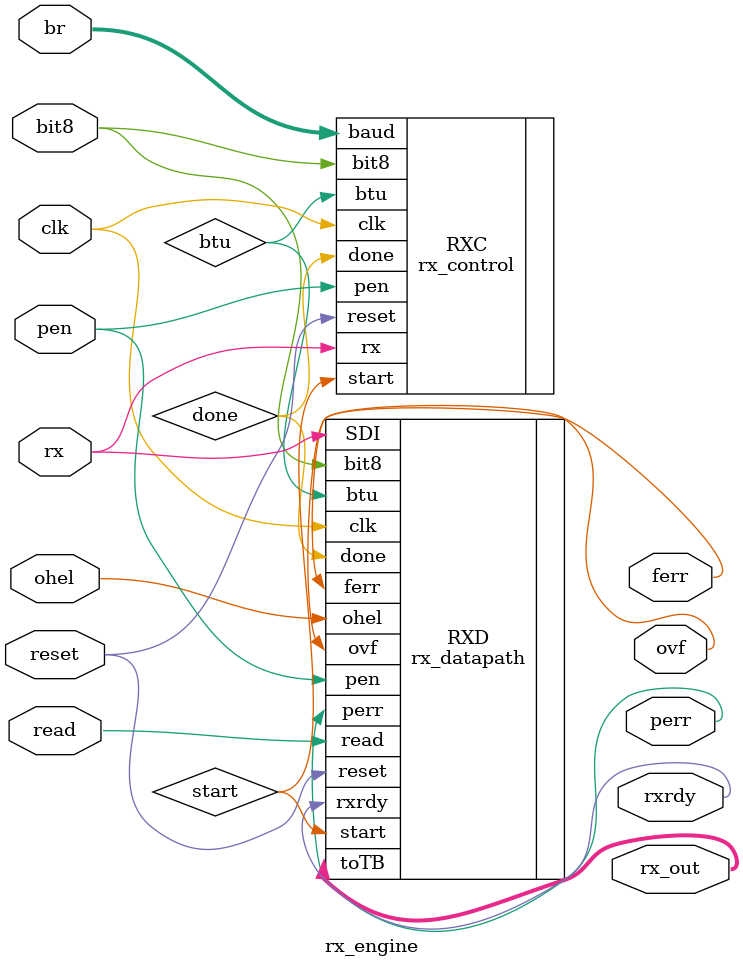
<source format=v>
`timescale 1ns / 1ps
module rx_engine(clk, reset, rx, bit8, pen, ohel, br, rxrdy, perr,
                 ferr, ovf, rx_out, read);
   input         clk, reset;
   input         rx, bit8, pen, ohel, read;
   input  [19:0] br;
   output        rxrdy, perr, ferr, ovf;
   output  [7:0] rx_out;

   wire          btu, done, start;

   rx_control           RXC(.clk(clk), .reset(reset), .rx(rx),
                            .baud(br), .start(start),
                            .bit8(bit8), .pen(pen), .done(done), .btu(btu));

   rx_datapath          RXD(.clk(clk), .reset(reset), .btu(btu),
                            .start(start), .bit8(bit8), .pen(pen),
                            .ohel(ohel), .done(done), .SDI(rx), 
                            .rxrdy(rxrdy), .perr(perr), .ferr(ferr),
                            .ovf(ovf), .toTB(rx_out), .read(read));
endmodule

</source>
